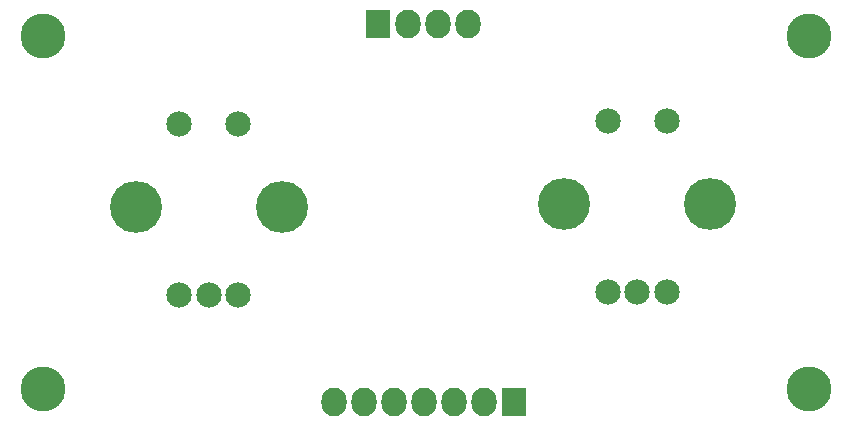
<source format=gbs>
G04 #@! TF.FileFunction,Soldermask,Bot*
%FSLAX46Y46*%
G04 Gerber Fmt 4.6, Leading zero omitted, Abs format (unit mm)*
G04 Created by KiCad (PCBNEW 4.0.2-stable) date 28.03.2016 14:36:11*
%MOMM*%
G01*
G04 APERTURE LIST*
%ADD10C,0.100000*%
%ADD11R,2.127200X2.432000*%
%ADD12O,2.127200X2.432000*%
%ADD13C,3.800000*%
%ADD14C,2.150000*%
%ADD15O,4.400000X4.400000*%
G04 APERTURE END LIST*
D10*
D11*
X110947200Y-81559400D03*
D12*
X113487200Y-81559400D03*
X116027200Y-81559400D03*
X118567200Y-81559400D03*
D13*
X147423200Y-112422000D03*
X147423200Y-82573800D03*
X82573800Y-112422000D03*
D11*
X122478800Y-113563400D03*
D12*
X119938800Y-113563400D03*
X117398800Y-113563400D03*
X114858800Y-113563400D03*
X112318800Y-113563400D03*
X109778800Y-113563400D03*
X107238800Y-113563400D03*
D14*
X130402320Y-104246680D03*
X135402320Y-104246680D03*
X132902320Y-104246680D03*
X135402320Y-89746680D03*
X130402320Y-89746680D03*
D15*
X139102320Y-96746680D03*
X126702320Y-96746680D03*
D14*
X94133660Y-104503220D03*
X99133660Y-104503220D03*
X96633660Y-104503220D03*
X99133660Y-90003220D03*
X94133660Y-90003220D03*
D15*
X102833660Y-97003220D03*
X90433660Y-97003220D03*
D13*
X82573800Y-82573800D03*
M02*

</source>
